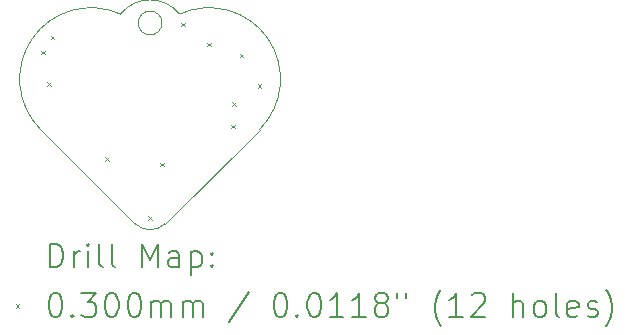
<source format=gbr>
%TF.GenerationSoftware,KiCad,Pcbnew,8.0.9-8.0.9-0~ubuntu20.04.1*%
%TF.CreationDate,2025-12-29T17:13:46+00:00*%
%TF.ProjectId,nfc-pcb-tag,6e66632d-7063-4622-9d74-61672e6b6963,rev?*%
%TF.SameCoordinates,Original*%
%TF.FileFunction,Drillmap*%
%TF.FilePolarity,Positive*%
%FSLAX45Y45*%
G04 Gerber Fmt 4.5, Leading zero omitted, Abs format (unit mm)*
G04 Created by KiCad (PCBNEW 8.0.9-8.0.9-0~ubuntu20.04.1) date 2025-12-29 17:13:46*
%MOMM*%
%LPD*%
G01*
G04 APERTURE LIST*
%ADD10C,0.100000*%
%ADD11C,0.050000*%
%ADD12C,0.200000*%
G04 APERTURE END LIST*
D10*
X8177200Y-4027200D02*
X7375000Y-4825000D01*
D11*
X7350000Y-3125000D02*
G75*
G02*
X7150000Y-3125000I-100000J0D01*
G01*
X7150000Y-3125000D02*
G75*
G02*
X7350000Y-3125000I100000J0D01*
G01*
D10*
X6322800Y-4027200D02*
G75*
G02*
X7000000Y-3050000I427200J427200D01*
G01*
X6322800Y-4027200D02*
X7125000Y-4825000D01*
D11*
X7000000Y-3050000D02*
G75*
G02*
X7500000Y-3050000I250000J-200000D01*
G01*
D10*
X7375000Y-4825000D02*
G75*
G02*
X7125000Y-4825000I-125000J125000D01*
G01*
X7500000Y-3050000D02*
G75*
G02*
X8177200Y-4027200I250000J-550000D01*
G01*
D12*
D10*
X6325909Y-3359421D02*
X6355909Y-3389421D01*
X6355909Y-3359421D02*
X6325909Y-3389421D01*
X6378326Y-3626158D02*
X6408326Y-3656158D01*
X6408326Y-3626158D02*
X6378326Y-3656158D01*
X6410000Y-3235000D02*
X6440000Y-3265000D01*
X6440000Y-3235000D02*
X6410000Y-3265000D01*
X6871426Y-4261574D02*
X6901426Y-4291574D01*
X6901426Y-4261574D02*
X6871426Y-4291574D01*
X7235000Y-4760000D02*
X7265000Y-4790000D01*
X7265000Y-4760000D02*
X7235000Y-4790000D01*
X7335000Y-4310000D02*
X7365000Y-4340000D01*
X7365000Y-4310000D02*
X7335000Y-4340000D01*
X7515000Y-3125000D02*
X7545000Y-3155000D01*
X7545000Y-3125000D02*
X7515000Y-3155000D01*
X7732426Y-3291980D02*
X7762426Y-3321980D01*
X7762426Y-3291980D02*
X7732426Y-3321980D01*
X7935000Y-3985000D02*
X7965000Y-4015000D01*
X7965000Y-3985000D02*
X7935000Y-4015000D01*
X7947535Y-3795455D02*
X7977535Y-3825455D01*
X7977535Y-3795455D02*
X7947535Y-3825455D01*
X8010000Y-3385000D02*
X8040000Y-3415000D01*
X8040000Y-3385000D02*
X8010000Y-3415000D01*
X8161112Y-3643741D02*
X8191112Y-3673741D01*
X8191112Y-3643741D02*
X8161112Y-3673741D01*
D12*
X6401625Y-5193260D02*
X6401625Y-4993260D01*
X6401625Y-4993260D02*
X6449244Y-4993260D01*
X6449244Y-4993260D02*
X6477815Y-5002784D01*
X6477815Y-5002784D02*
X6496863Y-5021832D01*
X6496863Y-5021832D02*
X6506386Y-5040879D01*
X6506386Y-5040879D02*
X6515910Y-5078975D01*
X6515910Y-5078975D02*
X6515910Y-5107546D01*
X6515910Y-5107546D02*
X6506386Y-5145641D01*
X6506386Y-5145641D02*
X6496863Y-5164689D01*
X6496863Y-5164689D02*
X6477815Y-5183737D01*
X6477815Y-5183737D02*
X6449244Y-5193260D01*
X6449244Y-5193260D02*
X6401625Y-5193260D01*
X6601625Y-5193260D02*
X6601625Y-5059927D01*
X6601625Y-5098022D02*
X6611148Y-5078975D01*
X6611148Y-5078975D02*
X6620672Y-5069451D01*
X6620672Y-5069451D02*
X6639720Y-5059927D01*
X6639720Y-5059927D02*
X6658767Y-5059927D01*
X6725434Y-5193260D02*
X6725434Y-5059927D01*
X6725434Y-4993260D02*
X6715910Y-5002784D01*
X6715910Y-5002784D02*
X6725434Y-5012308D01*
X6725434Y-5012308D02*
X6734958Y-5002784D01*
X6734958Y-5002784D02*
X6725434Y-4993260D01*
X6725434Y-4993260D02*
X6725434Y-5012308D01*
X6849244Y-5193260D02*
X6830196Y-5183737D01*
X6830196Y-5183737D02*
X6820672Y-5164689D01*
X6820672Y-5164689D02*
X6820672Y-4993260D01*
X6954005Y-5193260D02*
X6934958Y-5183737D01*
X6934958Y-5183737D02*
X6925434Y-5164689D01*
X6925434Y-5164689D02*
X6925434Y-4993260D01*
X7182577Y-5193260D02*
X7182577Y-4993260D01*
X7182577Y-4993260D02*
X7249244Y-5136118D01*
X7249244Y-5136118D02*
X7315910Y-4993260D01*
X7315910Y-4993260D02*
X7315910Y-5193260D01*
X7496863Y-5193260D02*
X7496863Y-5088499D01*
X7496863Y-5088499D02*
X7487339Y-5069451D01*
X7487339Y-5069451D02*
X7468291Y-5059927D01*
X7468291Y-5059927D02*
X7430196Y-5059927D01*
X7430196Y-5059927D02*
X7411148Y-5069451D01*
X7496863Y-5183737D02*
X7477815Y-5193260D01*
X7477815Y-5193260D02*
X7430196Y-5193260D01*
X7430196Y-5193260D02*
X7411148Y-5183737D01*
X7411148Y-5183737D02*
X7401625Y-5164689D01*
X7401625Y-5164689D02*
X7401625Y-5145641D01*
X7401625Y-5145641D02*
X7411148Y-5126594D01*
X7411148Y-5126594D02*
X7430196Y-5117070D01*
X7430196Y-5117070D02*
X7477815Y-5117070D01*
X7477815Y-5117070D02*
X7496863Y-5107546D01*
X7592101Y-5059927D02*
X7592101Y-5259927D01*
X7592101Y-5069451D02*
X7611148Y-5059927D01*
X7611148Y-5059927D02*
X7649244Y-5059927D01*
X7649244Y-5059927D02*
X7668291Y-5069451D01*
X7668291Y-5069451D02*
X7677815Y-5078975D01*
X7677815Y-5078975D02*
X7687339Y-5098022D01*
X7687339Y-5098022D02*
X7687339Y-5155165D01*
X7687339Y-5155165D02*
X7677815Y-5174213D01*
X7677815Y-5174213D02*
X7668291Y-5183737D01*
X7668291Y-5183737D02*
X7649244Y-5193260D01*
X7649244Y-5193260D02*
X7611148Y-5193260D01*
X7611148Y-5193260D02*
X7592101Y-5183737D01*
X7773053Y-5174213D02*
X7782577Y-5183737D01*
X7782577Y-5183737D02*
X7773053Y-5193260D01*
X7773053Y-5193260D02*
X7763529Y-5183737D01*
X7763529Y-5183737D02*
X7773053Y-5174213D01*
X7773053Y-5174213D02*
X7773053Y-5193260D01*
X7773053Y-5069451D02*
X7782577Y-5078975D01*
X7782577Y-5078975D02*
X7773053Y-5088499D01*
X7773053Y-5088499D02*
X7763529Y-5078975D01*
X7763529Y-5078975D02*
X7773053Y-5069451D01*
X7773053Y-5069451D02*
X7773053Y-5088499D01*
D10*
X6110848Y-5506777D02*
X6140848Y-5536777D01*
X6140848Y-5506777D02*
X6110848Y-5536777D01*
D12*
X6439720Y-5413260D02*
X6458767Y-5413260D01*
X6458767Y-5413260D02*
X6477815Y-5422784D01*
X6477815Y-5422784D02*
X6487339Y-5432308D01*
X6487339Y-5432308D02*
X6496863Y-5451356D01*
X6496863Y-5451356D02*
X6506386Y-5489451D01*
X6506386Y-5489451D02*
X6506386Y-5537070D01*
X6506386Y-5537070D02*
X6496863Y-5575165D01*
X6496863Y-5575165D02*
X6487339Y-5594213D01*
X6487339Y-5594213D02*
X6477815Y-5603737D01*
X6477815Y-5603737D02*
X6458767Y-5613260D01*
X6458767Y-5613260D02*
X6439720Y-5613260D01*
X6439720Y-5613260D02*
X6420672Y-5603737D01*
X6420672Y-5603737D02*
X6411148Y-5594213D01*
X6411148Y-5594213D02*
X6401625Y-5575165D01*
X6401625Y-5575165D02*
X6392101Y-5537070D01*
X6392101Y-5537070D02*
X6392101Y-5489451D01*
X6392101Y-5489451D02*
X6401625Y-5451356D01*
X6401625Y-5451356D02*
X6411148Y-5432308D01*
X6411148Y-5432308D02*
X6420672Y-5422784D01*
X6420672Y-5422784D02*
X6439720Y-5413260D01*
X6592101Y-5594213D02*
X6601625Y-5603737D01*
X6601625Y-5603737D02*
X6592101Y-5613260D01*
X6592101Y-5613260D02*
X6582577Y-5603737D01*
X6582577Y-5603737D02*
X6592101Y-5594213D01*
X6592101Y-5594213D02*
X6592101Y-5613260D01*
X6668291Y-5413260D02*
X6792101Y-5413260D01*
X6792101Y-5413260D02*
X6725434Y-5489451D01*
X6725434Y-5489451D02*
X6754006Y-5489451D01*
X6754006Y-5489451D02*
X6773053Y-5498975D01*
X6773053Y-5498975D02*
X6782577Y-5508499D01*
X6782577Y-5508499D02*
X6792101Y-5527546D01*
X6792101Y-5527546D02*
X6792101Y-5575165D01*
X6792101Y-5575165D02*
X6782577Y-5594213D01*
X6782577Y-5594213D02*
X6773053Y-5603737D01*
X6773053Y-5603737D02*
X6754006Y-5613260D01*
X6754006Y-5613260D02*
X6696863Y-5613260D01*
X6696863Y-5613260D02*
X6677815Y-5603737D01*
X6677815Y-5603737D02*
X6668291Y-5594213D01*
X6915910Y-5413260D02*
X6934958Y-5413260D01*
X6934958Y-5413260D02*
X6954006Y-5422784D01*
X6954006Y-5422784D02*
X6963529Y-5432308D01*
X6963529Y-5432308D02*
X6973053Y-5451356D01*
X6973053Y-5451356D02*
X6982577Y-5489451D01*
X6982577Y-5489451D02*
X6982577Y-5537070D01*
X6982577Y-5537070D02*
X6973053Y-5575165D01*
X6973053Y-5575165D02*
X6963529Y-5594213D01*
X6963529Y-5594213D02*
X6954006Y-5603737D01*
X6954006Y-5603737D02*
X6934958Y-5613260D01*
X6934958Y-5613260D02*
X6915910Y-5613260D01*
X6915910Y-5613260D02*
X6896863Y-5603737D01*
X6896863Y-5603737D02*
X6887339Y-5594213D01*
X6887339Y-5594213D02*
X6877815Y-5575165D01*
X6877815Y-5575165D02*
X6868291Y-5537070D01*
X6868291Y-5537070D02*
X6868291Y-5489451D01*
X6868291Y-5489451D02*
X6877815Y-5451356D01*
X6877815Y-5451356D02*
X6887339Y-5432308D01*
X6887339Y-5432308D02*
X6896863Y-5422784D01*
X6896863Y-5422784D02*
X6915910Y-5413260D01*
X7106386Y-5413260D02*
X7125434Y-5413260D01*
X7125434Y-5413260D02*
X7144482Y-5422784D01*
X7144482Y-5422784D02*
X7154006Y-5432308D01*
X7154006Y-5432308D02*
X7163529Y-5451356D01*
X7163529Y-5451356D02*
X7173053Y-5489451D01*
X7173053Y-5489451D02*
X7173053Y-5537070D01*
X7173053Y-5537070D02*
X7163529Y-5575165D01*
X7163529Y-5575165D02*
X7154006Y-5594213D01*
X7154006Y-5594213D02*
X7144482Y-5603737D01*
X7144482Y-5603737D02*
X7125434Y-5613260D01*
X7125434Y-5613260D02*
X7106386Y-5613260D01*
X7106386Y-5613260D02*
X7087339Y-5603737D01*
X7087339Y-5603737D02*
X7077815Y-5594213D01*
X7077815Y-5594213D02*
X7068291Y-5575165D01*
X7068291Y-5575165D02*
X7058767Y-5537070D01*
X7058767Y-5537070D02*
X7058767Y-5489451D01*
X7058767Y-5489451D02*
X7068291Y-5451356D01*
X7068291Y-5451356D02*
X7077815Y-5432308D01*
X7077815Y-5432308D02*
X7087339Y-5422784D01*
X7087339Y-5422784D02*
X7106386Y-5413260D01*
X7258767Y-5613260D02*
X7258767Y-5479927D01*
X7258767Y-5498975D02*
X7268291Y-5489451D01*
X7268291Y-5489451D02*
X7287339Y-5479927D01*
X7287339Y-5479927D02*
X7315910Y-5479927D01*
X7315910Y-5479927D02*
X7334958Y-5489451D01*
X7334958Y-5489451D02*
X7344482Y-5508499D01*
X7344482Y-5508499D02*
X7344482Y-5613260D01*
X7344482Y-5508499D02*
X7354006Y-5489451D01*
X7354006Y-5489451D02*
X7373053Y-5479927D01*
X7373053Y-5479927D02*
X7401625Y-5479927D01*
X7401625Y-5479927D02*
X7420672Y-5489451D01*
X7420672Y-5489451D02*
X7430196Y-5508499D01*
X7430196Y-5508499D02*
X7430196Y-5613260D01*
X7525434Y-5613260D02*
X7525434Y-5479927D01*
X7525434Y-5498975D02*
X7534958Y-5489451D01*
X7534958Y-5489451D02*
X7554006Y-5479927D01*
X7554006Y-5479927D02*
X7582577Y-5479927D01*
X7582577Y-5479927D02*
X7601625Y-5489451D01*
X7601625Y-5489451D02*
X7611148Y-5508499D01*
X7611148Y-5508499D02*
X7611148Y-5613260D01*
X7611148Y-5508499D02*
X7620672Y-5489451D01*
X7620672Y-5489451D02*
X7639720Y-5479927D01*
X7639720Y-5479927D02*
X7668291Y-5479927D01*
X7668291Y-5479927D02*
X7687339Y-5489451D01*
X7687339Y-5489451D02*
X7696863Y-5508499D01*
X7696863Y-5508499D02*
X7696863Y-5613260D01*
X8087339Y-5403737D02*
X7915910Y-5660879D01*
X8344482Y-5413260D02*
X8363530Y-5413260D01*
X8363530Y-5413260D02*
X8382577Y-5422784D01*
X8382577Y-5422784D02*
X8392101Y-5432308D01*
X8392101Y-5432308D02*
X8401625Y-5451356D01*
X8401625Y-5451356D02*
X8411149Y-5489451D01*
X8411149Y-5489451D02*
X8411149Y-5537070D01*
X8411149Y-5537070D02*
X8401625Y-5575165D01*
X8401625Y-5575165D02*
X8392101Y-5594213D01*
X8392101Y-5594213D02*
X8382577Y-5603737D01*
X8382577Y-5603737D02*
X8363530Y-5613260D01*
X8363530Y-5613260D02*
X8344482Y-5613260D01*
X8344482Y-5613260D02*
X8325434Y-5603737D01*
X8325434Y-5603737D02*
X8315910Y-5594213D01*
X8315910Y-5594213D02*
X8306387Y-5575165D01*
X8306387Y-5575165D02*
X8296863Y-5537070D01*
X8296863Y-5537070D02*
X8296863Y-5489451D01*
X8296863Y-5489451D02*
X8306387Y-5451356D01*
X8306387Y-5451356D02*
X8315910Y-5432308D01*
X8315910Y-5432308D02*
X8325434Y-5422784D01*
X8325434Y-5422784D02*
X8344482Y-5413260D01*
X8496863Y-5594213D02*
X8506387Y-5603737D01*
X8506387Y-5603737D02*
X8496863Y-5613260D01*
X8496863Y-5613260D02*
X8487339Y-5603737D01*
X8487339Y-5603737D02*
X8496863Y-5594213D01*
X8496863Y-5594213D02*
X8496863Y-5613260D01*
X8630196Y-5413260D02*
X8649244Y-5413260D01*
X8649244Y-5413260D02*
X8668292Y-5422784D01*
X8668292Y-5422784D02*
X8677815Y-5432308D01*
X8677815Y-5432308D02*
X8687339Y-5451356D01*
X8687339Y-5451356D02*
X8696863Y-5489451D01*
X8696863Y-5489451D02*
X8696863Y-5537070D01*
X8696863Y-5537070D02*
X8687339Y-5575165D01*
X8687339Y-5575165D02*
X8677815Y-5594213D01*
X8677815Y-5594213D02*
X8668292Y-5603737D01*
X8668292Y-5603737D02*
X8649244Y-5613260D01*
X8649244Y-5613260D02*
X8630196Y-5613260D01*
X8630196Y-5613260D02*
X8611149Y-5603737D01*
X8611149Y-5603737D02*
X8601625Y-5594213D01*
X8601625Y-5594213D02*
X8592101Y-5575165D01*
X8592101Y-5575165D02*
X8582577Y-5537070D01*
X8582577Y-5537070D02*
X8582577Y-5489451D01*
X8582577Y-5489451D02*
X8592101Y-5451356D01*
X8592101Y-5451356D02*
X8601625Y-5432308D01*
X8601625Y-5432308D02*
X8611149Y-5422784D01*
X8611149Y-5422784D02*
X8630196Y-5413260D01*
X8887339Y-5613260D02*
X8773053Y-5613260D01*
X8830196Y-5613260D02*
X8830196Y-5413260D01*
X8830196Y-5413260D02*
X8811149Y-5441832D01*
X8811149Y-5441832D02*
X8792101Y-5460879D01*
X8792101Y-5460879D02*
X8773053Y-5470403D01*
X9077815Y-5613260D02*
X8963530Y-5613260D01*
X9020672Y-5613260D02*
X9020672Y-5413260D01*
X9020672Y-5413260D02*
X9001625Y-5441832D01*
X9001625Y-5441832D02*
X8982577Y-5460879D01*
X8982577Y-5460879D02*
X8963530Y-5470403D01*
X9192101Y-5498975D02*
X9173053Y-5489451D01*
X9173053Y-5489451D02*
X9163530Y-5479927D01*
X9163530Y-5479927D02*
X9154006Y-5460879D01*
X9154006Y-5460879D02*
X9154006Y-5451356D01*
X9154006Y-5451356D02*
X9163530Y-5432308D01*
X9163530Y-5432308D02*
X9173053Y-5422784D01*
X9173053Y-5422784D02*
X9192101Y-5413260D01*
X9192101Y-5413260D02*
X9230196Y-5413260D01*
X9230196Y-5413260D02*
X9249244Y-5422784D01*
X9249244Y-5422784D02*
X9258768Y-5432308D01*
X9258768Y-5432308D02*
X9268292Y-5451356D01*
X9268292Y-5451356D02*
X9268292Y-5460879D01*
X9268292Y-5460879D02*
X9258768Y-5479927D01*
X9258768Y-5479927D02*
X9249244Y-5489451D01*
X9249244Y-5489451D02*
X9230196Y-5498975D01*
X9230196Y-5498975D02*
X9192101Y-5498975D01*
X9192101Y-5498975D02*
X9173053Y-5508499D01*
X9173053Y-5508499D02*
X9163530Y-5518022D01*
X9163530Y-5518022D02*
X9154006Y-5537070D01*
X9154006Y-5537070D02*
X9154006Y-5575165D01*
X9154006Y-5575165D02*
X9163530Y-5594213D01*
X9163530Y-5594213D02*
X9173053Y-5603737D01*
X9173053Y-5603737D02*
X9192101Y-5613260D01*
X9192101Y-5613260D02*
X9230196Y-5613260D01*
X9230196Y-5613260D02*
X9249244Y-5603737D01*
X9249244Y-5603737D02*
X9258768Y-5594213D01*
X9258768Y-5594213D02*
X9268292Y-5575165D01*
X9268292Y-5575165D02*
X9268292Y-5537070D01*
X9268292Y-5537070D02*
X9258768Y-5518022D01*
X9258768Y-5518022D02*
X9249244Y-5508499D01*
X9249244Y-5508499D02*
X9230196Y-5498975D01*
X9344482Y-5413260D02*
X9344482Y-5451356D01*
X9420673Y-5413260D02*
X9420673Y-5451356D01*
X9715911Y-5689451D02*
X9706387Y-5679927D01*
X9706387Y-5679927D02*
X9687339Y-5651356D01*
X9687339Y-5651356D02*
X9677815Y-5632308D01*
X9677815Y-5632308D02*
X9668292Y-5603737D01*
X9668292Y-5603737D02*
X9658768Y-5556118D01*
X9658768Y-5556118D02*
X9658768Y-5518022D01*
X9658768Y-5518022D02*
X9668292Y-5470403D01*
X9668292Y-5470403D02*
X9677815Y-5441832D01*
X9677815Y-5441832D02*
X9687339Y-5422784D01*
X9687339Y-5422784D02*
X9706387Y-5394213D01*
X9706387Y-5394213D02*
X9715911Y-5384689D01*
X9896863Y-5613260D02*
X9782577Y-5613260D01*
X9839720Y-5613260D02*
X9839720Y-5413260D01*
X9839720Y-5413260D02*
X9820673Y-5441832D01*
X9820673Y-5441832D02*
X9801625Y-5460879D01*
X9801625Y-5460879D02*
X9782577Y-5470403D01*
X9973054Y-5432308D02*
X9982577Y-5422784D01*
X9982577Y-5422784D02*
X10001625Y-5413260D01*
X10001625Y-5413260D02*
X10049244Y-5413260D01*
X10049244Y-5413260D02*
X10068292Y-5422784D01*
X10068292Y-5422784D02*
X10077815Y-5432308D01*
X10077815Y-5432308D02*
X10087339Y-5451356D01*
X10087339Y-5451356D02*
X10087339Y-5470403D01*
X10087339Y-5470403D02*
X10077815Y-5498975D01*
X10077815Y-5498975D02*
X9963530Y-5613260D01*
X9963530Y-5613260D02*
X10087339Y-5613260D01*
X10325435Y-5613260D02*
X10325435Y-5413260D01*
X10411149Y-5613260D02*
X10411149Y-5508499D01*
X10411149Y-5508499D02*
X10401625Y-5489451D01*
X10401625Y-5489451D02*
X10382577Y-5479927D01*
X10382577Y-5479927D02*
X10354006Y-5479927D01*
X10354006Y-5479927D02*
X10334958Y-5489451D01*
X10334958Y-5489451D02*
X10325435Y-5498975D01*
X10534958Y-5613260D02*
X10515911Y-5603737D01*
X10515911Y-5603737D02*
X10506387Y-5594213D01*
X10506387Y-5594213D02*
X10496863Y-5575165D01*
X10496863Y-5575165D02*
X10496863Y-5518022D01*
X10496863Y-5518022D02*
X10506387Y-5498975D01*
X10506387Y-5498975D02*
X10515911Y-5489451D01*
X10515911Y-5489451D02*
X10534958Y-5479927D01*
X10534958Y-5479927D02*
X10563530Y-5479927D01*
X10563530Y-5479927D02*
X10582577Y-5489451D01*
X10582577Y-5489451D02*
X10592101Y-5498975D01*
X10592101Y-5498975D02*
X10601625Y-5518022D01*
X10601625Y-5518022D02*
X10601625Y-5575165D01*
X10601625Y-5575165D02*
X10592101Y-5594213D01*
X10592101Y-5594213D02*
X10582577Y-5603737D01*
X10582577Y-5603737D02*
X10563530Y-5613260D01*
X10563530Y-5613260D02*
X10534958Y-5613260D01*
X10715911Y-5613260D02*
X10696863Y-5603737D01*
X10696863Y-5603737D02*
X10687339Y-5584689D01*
X10687339Y-5584689D02*
X10687339Y-5413260D01*
X10868292Y-5603737D02*
X10849244Y-5613260D01*
X10849244Y-5613260D02*
X10811149Y-5613260D01*
X10811149Y-5613260D02*
X10792101Y-5603737D01*
X10792101Y-5603737D02*
X10782577Y-5584689D01*
X10782577Y-5584689D02*
X10782577Y-5508499D01*
X10782577Y-5508499D02*
X10792101Y-5489451D01*
X10792101Y-5489451D02*
X10811149Y-5479927D01*
X10811149Y-5479927D02*
X10849244Y-5479927D01*
X10849244Y-5479927D02*
X10868292Y-5489451D01*
X10868292Y-5489451D02*
X10877816Y-5508499D01*
X10877816Y-5508499D02*
X10877816Y-5527546D01*
X10877816Y-5527546D02*
X10782577Y-5546594D01*
X10954006Y-5603737D02*
X10973054Y-5613260D01*
X10973054Y-5613260D02*
X11011149Y-5613260D01*
X11011149Y-5613260D02*
X11030197Y-5603737D01*
X11030197Y-5603737D02*
X11039720Y-5584689D01*
X11039720Y-5584689D02*
X11039720Y-5575165D01*
X11039720Y-5575165D02*
X11030197Y-5556118D01*
X11030197Y-5556118D02*
X11011149Y-5546594D01*
X11011149Y-5546594D02*
X10982577Y-5546594D01*
X10982577Y-5546594D02*
X10963530Y-5537070D01*
X10963530Y-5537070D02*
X10954006Y-5518022D01*
X10954006Y-5518022D02*
X10954006Y-5508499D01*
X10954006Y-5508499D02*
X10963530Y-5489451D01*
X10963530Y-5489451D02*
X10982577Y-5479927D01*
X10982577Y-5479927D02*
X11011149Y-5479927D01*
X11011149Y-5479927D02*
X11030197Y-5489451D01*
X11106387Y-5689451D02*
X11115911Y-5679927D01*
X11115911Y-5679927D02*
X11134958Y-5651356D01*
X11134958Y-5651356D02*
X11144482Y-5632308D01*
X11144482Y-5632308D02*
X11154006Y-5603737D01*
X11154006Y-5603737D02*
X11163530Y-5556118D01*
X11163530Y-5556118D02*
X11163530Y-5518022D01*
X11163530Y-5518022D02*
X11154006Y-5470403D01*
X11154006Y-5470403D02*
X11144482Y-5441832D01*
X11144482Y-5441832D02*
X11134958Y-5422784D01*
X11134958Y-5422784D02*
X11115911Y-5394213D01*
X11115911Y-5394213D02*
X11106387Y-5384689D01*
M02*

</source>
